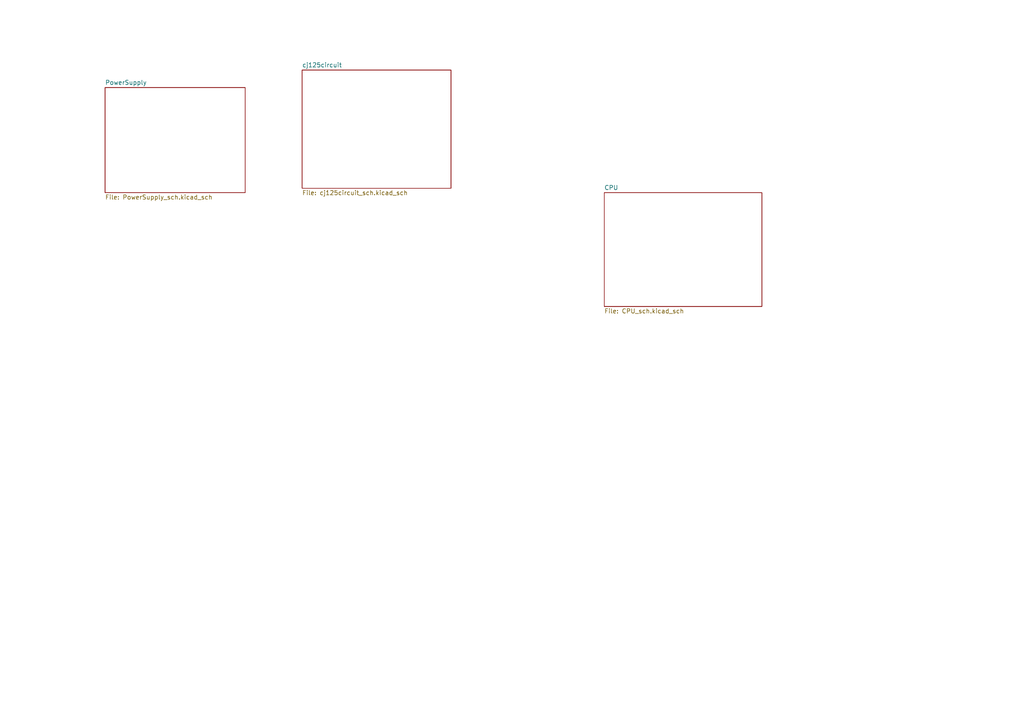
<source format=kicad_sch>
(kicad_sch (version 20211123) (generator eeschema)
  (paper "A4")
  (lib_symbols)
  (sheet (at 87.63 20.32) (size 43.18 34.29) (stroke (width 0.1524))
    (property "Sheet name" "cj125circuit" (at 87.63 19.6084 0) (effects (justify left bottom)))
    (property "Sheet file" "cj125circuit_sch.kicad_sch" (at 87.63 55.1946 0) (effects (justify left top)))
  )
  (sheet (at 30.48 25.4) (size 40.64 30.48) (stroke (width 0.1524))
    (property "Sheet name" "PowerSupply" (at 30.48 24.6884 0) (effects (justify left bottom)))
    (property "Sheet file" "PowerSupply_sch.kicad_sch" (at 30.48 56.4646 0) (effects (justify left top)))
  )
  (sheet (at 175.26 55.88) (size 45.72 33.02) (stroke (width 0.1524))
    (property "Sheet name" "CPU" (at 175.26 55.1684 0) (effects (justify left bottom)))
    (property "Sheet file" "CPU_sch.kicad_sch" (at 175.26 89.4846 0) (effects (justify left top)))
  )
)
</source>
